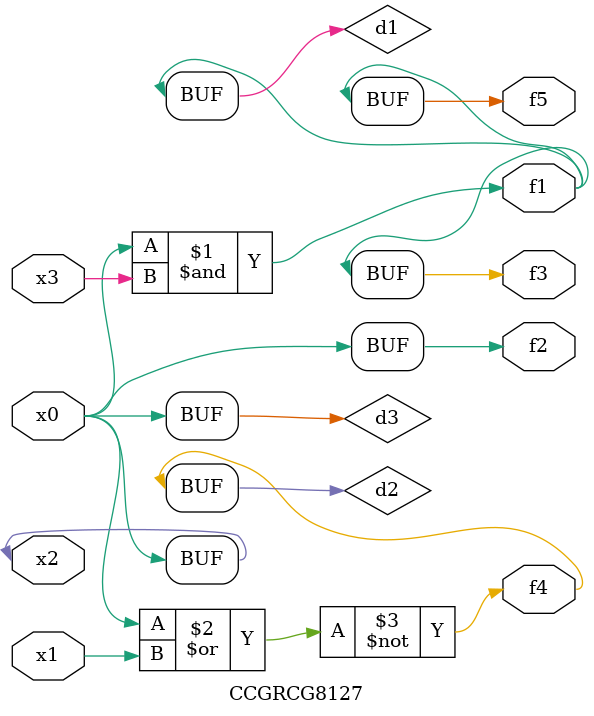
<source format=v>
module CCGRCG8127(
	input x0, x1, x2, x3,
	output f1, f2, f3, f4, f5
);

	wire d1, d2, d3;

	and (d1, x2, x3);
	nor (d2, x0, x1);
	buf (d3, x0, x2);
	assign f1 = d1;
	assign f2 = d3;
	assign f3 = d1;
	assign f4 = d2;
	assign f5 = d1;
endmodule

</source>
